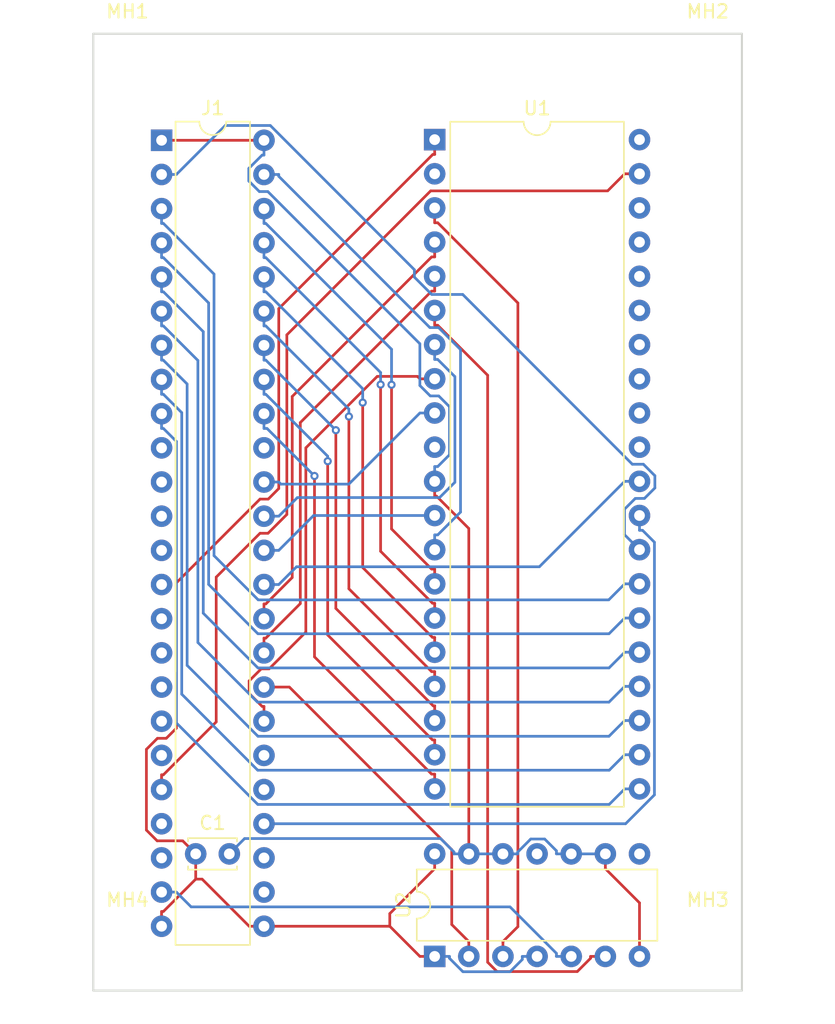
<source format=kicad_pcb>
(kicad_pcb (version 20211014) (generator pcbnew)
  (layers (0 "F.Cu" signal) (31 "B.Cu" signal) (34 "B.Paste" user) (35 "F.Paste" user) (36 "B.SilkS" user "B.Silkscreen") (37 "F.SilkS" user "F.Silkscreen") (38 "B.Mask" user) (39 "F.Mask" user) (44 "Edge.Cuts" user))
  (net 0 "")
  (net 1 "GND")
  (net 2 "VCC")
  (net 3 "/P53")
  (net 4 "Net-(J1-Pad30)")
  (net 5 "Net-(J1-Pad21)")
  (net 6 "Net-(J1-Pad17)")
  (net 7 "Net-(J1-Pad22)")
  (net 8 "Net-(J1-Pad27)")
  (net 9 "Net-(J1-Pad18)")
  (net 10 "/P47")
  (net 11 "/P55")
  (net 12 "Net-(J1-Pad29)")
  (net 13 "/P46")
  (net 14 "Net-(J1-Pad26)")
  (net 15 "Net-(J1-Pad19)")
  (net 16 "Net-(J1-Pad16)")
  (net 17 "/P20")
  (net 18 "Net-(J1-Pad15)")
  (net 19 "/P21")
  (net 20 "Net-(J1-Pad14)")
  (net 21 "/P22")
  (net 22 "Net-(J1-Pad13)")
  (net 23 "/P23")
  (net 24 "Net-(J1-Pad12)")
  (net 25 "/P24")
  (net 26 "Net-(J1-Pad11)")
  (net 27 "/P25")
  (net 28 "Net-(J1-Pad10)")
  (net 29 "/P26")
  (net 30 "/P17")
  (net 31 "/P27")
  (net 32 "/P16")
  (net 33 "Net-(J1-Pad39)")
  (net 34 "/P15")
  (net 35 "/P40")
  (net 36 "/P14")
  (net 37 "/P41")
  (net 38 "/P13")
  (net 39 "/P42")
  (net 40 "/P12")
  (net 41 "/P43")
  (net 42 "/P11")
  (net 43 "/P44")
  (net 44 "/P10")
  (net 45 "/P45")
  (net 46 "Net-(U1-Pad6)")
  (net 47 "Net-(U1-Pad3)")
  (net 48 "Net-(U2-Pad11)")
  (net 49 "Net-(U2-Pad8)")
  (net 50 "Net-(U1-Pad40)")
  (net 51 "Net-(U1-Pad38)")
  (net 52 "Net-(U1-Pad37)")
  (net 53 "Net-(U1-Pad36)")
  (net 54 "Net-(U1-Pad35)")
  (net 55 "Net-(U1-Pad34)")
  (net 56 "Net-(U1-Pad33)")
  (net 57 "Net-(U1-Pad32)")
  (net 58 "Net-(U1-Pad31)")
  (net 59 "Net-(U1-Pad10)")
  (net 60 "Net-(U1-Pad2)")
  (net 61 "/P50")
  (footprint "MountingHole:MountingHole_3.2mm_M3" (layer "F.Cu") (at 101 70)
    (fp_text reference "MH1" (at 0 -4.2) (layer "F.SilkS"))
    (fp_text value "MountingHole_3.2mm_M3")
    (pad "" np_thru_hole circle locked (at 0 0) (size 3.2 3.2) (drill 3.2) (layers *.Cu *.Mask))
  )
  (footprint "MountingHole:MountingHole_3.2mm_M3" (layer "F.Cu") (at 144.18 70)
    (fp_text reference "MH2" (at 0 -4.2) (layer "F.SilkS"))
    (fp_text value "MountingHole_3.2mm_M3")
    (pad "" np_thru_hole circle locked (at 0 0) (size 3.2 3.2) (drill 3.2) (layers *.Cu *.Mask))
  )
  (footprint "MountingHole:MountingHole_3.2mm_M3" (layer "F.Cu") (at 144.18 136.04)
    (fp_text reference "MH3" (at 0 -4.2) (layer "F.SilkS"))
    (fp_text value "MountingHole_3.2mm_M3")
    (pad "" np_thru_hole circle locked (at 0 0) (size 3.2 3.2) (drill 3.2) (layers *.Cu *.Mask))
  )
  (footprint "MountingHole:MountingHole_3.2mm_M3" (layer "F.Cu") (at 101 136.04)
    (fp_text reference "MH4" (at 0 -4.2) (layer "F.SilkS"))
    (fp_text value "MountingHole_3.2mm_M3")
    (pad "" np_thru_hole circle locked (at 0 0) (size 3.2 3.2) (drill 3.2) (layers *.Cu *.Mask))
  )
  (footprint "Package_DIP:DIP-14_W7.62mm" (layer "F.Cu") (at 123.86 136.04 90)
    (fp_text reference "U2" (at 3.81 -2.33 90) (layer "F.SilkS"))
    (fp_text value "74HCT126")
    (fp_line (start 1.16 16.57) (end 6.46 16.57) (layer "F.SilkS") (width 0.12))
    (fp_line (start 6.46 16.57) (end 6.46 -1.33) (layer "F.SilkS") (width 0.12))
    (fp_line (start 2.81 -1.33) (end 1.16 -1.33) (layer "F.SilkS") (width 0.12))
    (fp_line (start 6.46 -1.33) (end 4.81 -1.33) (layer "F.SilkS") (width 0.12))
    (fp_line (start 1.16 -1.33) (end 1.16 16.57) (layer "F.SilkS") (width 0.12))
    (fp_arc (start 4.81 -1.33) (mid 3.81 -0.33) (end 2.81 -1.33) (layer "F.SilkS") (width 0.12))
    (pad "1" thru_hole rect locked (at 0 0 90) (size 1.6 1.6) (drill 0.8) (layers *.Cu *.Mask) (net 2 "VCC"))
    (pad "2" thru_hole oval locked (at 0 2.54 90) (size 1.6 1.6) (drill 0.8) (layers *.Cu *.Mask) (net 13 "/P46"))
    (pad "3" thru_hole oval locked (at 0 5.08 90) (size 1.6 1.6) (drill 0.8) (layers *.Cu *.Mask) (net 47 "Net-(U1-Pad3)"))
    (pad "4" thru_hole oval locked (at 0 7.62 90) (size 1.6 1.6) (drill 0.8) (layers *.Cu *.Mask) (net 2 "VCC"))
    (pad "5" thru_hole oval locked (at 0 10.16 90) (size 1.6 1.6) (drill 0.8) (layers *.Cu *.Mask) (net 3 "/P53"))
    (pad "6" thru_hole oval locked (at 0 12.7 90) (size 1.6 1.6) (drill 0.8) (layers *.Cu *.Mask) (net 46 "Net-(U1-Pad6)"))
    (pad "7" thru_hole oval locked (at 0 15.24 90) (size 1.6 1.6) (drill 0.8) (layers *.Cu *.Mask) (net 1 "GND"))
    (pad "8" thru_hole oval locked (at 7.62 15.24 90) (size 1.6 1.6) (drill 0.8) (layers *.Cu *.Mask) (net 49 "Net-(U2-Pad8)"))
    (pad "9" thru_hole oval locked (at 7.62 12.7 90) (size 1.6 1.6) (drill 0.8) (layers *.Cu *.Mask) (net 1 "GND"))
    (pad "10" thru_hole oval locked (at 7.62 10.16 90) (size 1.6 1.6) (drill 0.8) (layers *.Cu *.Mask) (net 1 "GND"))
    (pad "11" thru_hole oval locked (at 7.62 7.62 90) (size 1.6 1.6) (drill 0.8) (layers *.Cu *.Mask) (net 48 "Net-(U2-Pad11)"))
    (pad "12" thru_hole oval locked (at 7.62 5.08 90) (size 1.6 1.6) (drill 0.8) (layers *.Cu *.Mask) (net 1 "GND"))
    (pad "13" thru_hole oval locked (at 7.62 2.54 90) (size 1.6 1.6) (drill 0.8) (layers *.Cu *.Mask) (net 1 "GND"))
    (pad "14" thru_hole oval locked (at 7.62 0 90) (size 1.6 1.6) (drill 0.8) (layers *.Cu *.Mask) (net 2 "VCC"))
  )
  (footprint "0-LocalLibrary:DIP-48_W7.62mm" (layer "F.Cu") (at 103.54 75.38)
    (fp_text reference "J1" (at 3.81 -2.39) (layer "F.SilkS"))
    (fp_text value "BionicConnector")
    (fp_line (start 6.58 39.49) (end 6.58 -1.39) (layer "F.SilkS") (width 0.12))
    (fp_line (start 1.04 18.93) (end 1.04 59.81) (layer "F.SilkS") (width 0.12))
    (fp_line (start 1.04 -1.39) (end 1.04 39.49) (layer "F.SilkS") (width 0.12))
    (fp_line (start 1.04 59.81) (end 6.58 59.81) (layer "F.SilkS") (width 0.12))
    (fp_line (start 6.58 -1.39) (end 4.81 -1.39) (layer "F.SilkS") (width 0.12))
    (fp_line (start 6.58 59.81) (end 6.58 18.93) (layer "F.SilkS") (width 0.12))
    (fp_line (start 2.81 -1.39) (end 1.04 -1.39) (layer "F.SilkS") (width 0.12))
    (fp_arc (start 4.81 -1.39) (mid 3.81 -0.39) (end 2.81 -1.39) (layer "F.SilkS") (width 0.12))
    (pad "1" thru_hole rect locked (at 0 0) (size 1.6 1.6) (drill 0.8) (layers *.Cu *.Mask) (net 1 "GND"))
    (pad "2" thru_hole oval locked (at 0 2.54) (size 1.6 1.6) (drill 0.8) (layers *.Cu *.Mask) (net 44 "/P10"))
    (pad "3" thru_hole oval locked (at 0 5.08) (size 1.6 1.6) (drill 0.8) (layers *.Cu *.Mask) (net 42 "/P11"))
    (pad "4" thru_hole oval locked (at 0 7.62) (size 1.6 1.6) (drill 0.8) (layers *.Cu *.Mask) (net 40 "/P12"))
    (pad "5" thru_hole oval locked (at 0 10.16) (size 1.6 1.6) (drill 0.8) (layers *.Cu *.Mask) (net 38 "/P13"))
    (pad "6" thru_hole oval locked (at 0 12.7) (size 1.6 1.6) (drill 0.8) (layers *.Cu *.Mask) (net 36 "/P14"))
    (pad "7" thru_hole oval locked (at 0 15.24) (size 1.6 1.6) (drill 0.8) (layers *.Cu *.Mask) (net 34 "/P15"))
    (pad "8" thru_hole oval locked (at 0 17.78) (size 1.6 1.6) (drill 0.8) (layers *.Cu *.Mask) (net 32 "/P16"))
    (pad "9" thru_hole oval locked (at 0 20.32) (size 1.6 1.6) (drill 0.8) (layers *.Cu *.Mask) (net 30 "/P17"))
    (pad "10" thru_hole oval locked (at 0 22.86) (size 1.6 1.6) (drill 0.8) (layers *.Cu *.Mask) (net 28 "Net-(J1-Pad10)"))
    (pad "11" thru_hole oval locked (at 0 25.4) (size 1.6 1.6) (drill 0.8) (layers *.Cu *.Mask) (net 26 "Net-(J1-Pad11)"))
    (pad "12" thru_hole oval locked (at 0 27.94) (size 1.6 1.6) (drill 0.8) (layers *.Cu *.Mask) (net 24 "Net-(J1-Pad12)"))
    (pad "13" thru_hole oval locked (at 0 30.48) (size 1.6 1.6) (drill 0.8) (layers *.Cu *.Mask) (net 22 "Net-(J1-Pad13)"))
    (pad "14" thru_hole oval locked (at 0 33.02) (size 1.6 1.6) (drill 0.8) (layers *.Cu *.Mask) (net 20 "Net-(J1-Pad14)"))
    (pad "15" thru_hole oval locked (at 0 35.56) (size 1.6 1.6) (drill 0.8) (layers *.Cu *.Mask) (net 18 "Net-(J1-Pad15)"))
    (pad "16" thru_hole oval locked (at 0 38.1) (size 1.6 1.6) (drill 0.8) (layers *.Cu *.Mask) (net 16 "Net-(J1-Pad16)"))
    (pad "17" thru_hole oval locked (at 0 40.64) (size 1.6 1.6) (drill 0.8) (layers *.Cu *.Mask) (net 6 "Net-(J1-Pad17)"))
    (pad "18" thru_hole oval locked (at 0 43.18) (size 1.6 1.6) (drill 0.8) (layers *.Cu *.Mask) (net 9 "Net-(J1-Pad18)"))
    (pad "19" thru_hole oval locked (at 0 45.72) (size 1.6 1.6) (drill 0.8) (layers *.Cu *.Mask) (net 15 "Net-(J1-Pad19)"))
    (pad "20" thru_hole oval locked (at 0 48.26) (size 1.6 1.6) (drill 0.8) (layers *.Cu *.Mask) (net 61 "/P50"))
    (pad "21" thru_hole oval locked (at 0 50.8) (size 1.6 1.6) (drill 0.8) (layers *.Cu *.Mask) (net 5 "Net-(J1-Pad21)"))
    (pad "22" thru_hole oval locked (at 0 53.34) (size 1.6 1.6) (drill 0.8) (layers *.Cu *.Mask) (net 7 "Net-(J1-Pad22)"))
    (pad "23" thru_hole oval locked (at 0 55.88) (size 1.6 1.6) (drill 0.8) (layers *.Cu *.Mask) (net 3 "/P53"))
    (pad "24" thru_hole oval locked (at 0 58.42) (size 1.6 1.6) (drill 0.8) (layers *.Cu *.Mask) (net 2 "VCC"))
    (pad "25" thru_hole oval locked (at 7.62 58.42) (size 1.6 1.6) (drill 0.8) (layers *.Cu *.Mask) (net 2 "VCC"))
    (pad "26" thru_hole oval locked (at 7.62 55.88) (size 1.6 1.6) (drill 0.8) (layers *.Cu *.Mask) (net 14 "Net-(J1-Pad26)"))
    (pad "27" thru_hole oval locked (at 7.62 53.34) (size 1.6 1.6) (drill 0.8) (layers *.Cu *.Mask) (net 8 "Net-(J1-Pad27)"))
    (pad "28" thru_hole oval locked (at 7.62 50.8) (size 1.6 1.6) (drill 0.8) (layers *.Cu *.Mask) (net 11 "/P55"))
    (pad "29" thru_hole oval locked (at 7.62 48.26) (size 1.6 1.6) (drill 0.8) (layers *.Cu *.Mask) (net 12 "Net-(J1-Pad29)"))
    (pad "30" thru_hole oval locked (at 7.62 45.72) (size 1.6 1.6) (drill 0.8) (layers *.Cu *.Mask) (net 4 "Net-(J1-Pad30)"))
    (pad "31" thru_hole oval locked (at 7.62 43.18) (size 1.6 1.6) (drill 0.8) (layers *.Cu *.Mask) (net 10 "/P47"))
    (pad "32" thru_hole oval locked (at 7.62 40.64) (size 1.6 1.6) (drill 0.8) (layers *.Cu *.Mask) (net 13 "/P46"))
    (pad "33" thru_hole oval locked (at 7.62 38.1) (size 1.6 1.6) (drill 0.8) (layers *.Cu *.Mask) (net 45 "/P45"))
    (pad "34" thru_hole oval locked (at 7.62 35.56) (size 1.6 1.6) (drill 0.8) (layers *.Cu *.Mask) (net 43 "/P44"))
    (pad "35" thru_hole oval locked (at 7.62 33.02) (size 1.6 1.6) (drill 0.8) (layers *.Cu *.Mask) (net 41 "/P43"))
    (pad "36" thru_hole oval locked (at 7.62 30.48) (size 1.6 1.6) (drill 0.8) (layers *.Cu *.Mask) (net 39 "/P42"))
    (pad "37" thru_hole oval locked (at 7.62 27.94) (size 1.6 1.6) (drill 0.8) (layers *.Cu *.Mask) (net 37 "/P41"))
    (pad "38" thru_hole oval locked (at 7.62 25.4) (size 1.6 1.6) (drill 0.8) (layers *.Cu *.Mask) (net 35 "/P40"))
    (pad "39" thru_hole oval locked (at 7.62 22.86) (size 1.6 1.6) (drill 0.8) (layers *.Cu *.Mask) (net 33 "Net-(J1-Pad39)"))
    (pad "40" thru_hole oval locked (at 7.62 20.32) (size 1.6 1.6) (drill 0.8) (layers *.Cu *.Mask) (net 31 "/P27"))
    (pad "41" thru_hole oval locked (at 7.62 17.78) (size 1.6 1.6) (drill 0.8) (layers *.Cu *.Mask) (net 29 "/P26"))
    (pad "42" thru_hole oval locked (at 7.62 15.24) (size 1.6 1.6) (drill 0.8) (layers *.Cu *.Mask) (net 27 "/P25"))
    (pad "43" thru_hole oval locked (at 7.62 12.7) (size 1.6 1.6) (drill 0.8) (layers *.Cu *.Mask) (net 25 "/P24"))
    (pad "44" thru_hole oval locked (at 7.62 10.16) (size 1.6 1.6) (drill 0.8) (layers *.Cu *.Mask) (net 23 "/P23"))
    (pad "45" thru_hole oval locked (at 7.62 7.62) (size 1.6 1.6) (drill 0.8) (layers *.Cu *.Mask) (net 21 "/P22"))
    (pad "46" thru_hole oval locked (at 7.62 5.08) (size 1.6 1.6) (drill 0.8) (layers *.Cu *.Mask) (net 19 "/P21"))
    (pad "47" thru_hole oval locked (at 7.62 2.54) (size 1.6 1.6) (drill 0.8) (layers *.Cu *.Mask) (net 17 "/P20"))
    (pad "48" thru_hole oval locked (at 7.62 0) (size 1.6 1.6) (drill 0.8) (layers *.Cu *.Mask) (net 1 "GND"))
  )
  (footprint "Capacitor_THT:C_Disc_D3.4mm_W2.1mm_P2.50mm" (layer "F.Cu") (at 106.08 128.42)
    (fp_text reference "C1" (at 1.25 -2.3) (layer "F.SilkS"))
    (fp_text value "0.1u")
    (fp_line (start 3.07 -1.17) (end 3.07 -0.925) (layer "F.SilkS") (width 0.12))
    (fp_line (start -0.57 -1.17) (end 3.07 -1.17) (layer "F.SilkS") (width 0.12))
    (fp_line (start 3.07 0.925) (end 3.07 1.17) (layer "F.SilkS") (width 0.12))
    (fp_line (start -0.57 -1.17) (end -0.57 -0.925) (layer "F.SilkS") (width 0.12))
    (fp_line (start -0.57 0.925) (end -0.57 1.17) (layer "F.SilkS") (width 0.12))
    (fp_line (start -0.57 1.17) (end 3.07 1.17) (layer "F.SilkS") (width 0.12))
    (pad "1" thru_hole circle locked (at 0 0) (size 1.6 1.6) (drill 0.8) (layers *.Cu *.Mask) (net 2 "VCC"))
    (pad "2" thru_hole circle locked (at 2.5 0) (size 1.6 1.6) (drill 0.8) (layers *.Cu *.Mask) (net 1 "GND"))
  )
  (footprint "Package_DIP:DIP-40_W15.24mm" (layer "F.Cu") (at 123.86 75.33)
    (fp_text reference "U1" (at 7.62 -2.33) (layer "F.SilkS"))
    (fp_text value "Z86C91")
    (fp_line (start 14.08 49.59) (end 14.08 -1.33) (layer "F.SilkS") (width 0.12))
    (fp_line (start 6.62 -1.33) (end 1.16 -1.33) (layer "F.SilkS") (width 0.12))
    (fp_line (start 1.16 -1.33) (end 1.16 49.59) (layer "F.SilkS") (width 0.12))
    (fp_line (start 1.16 49.59) (end 14.08 49.59) (layer "F.SilkS") (width 0.12))
    (fp_line (start 14.08 -1.33) (end 8.62 -1.33) (layer "F.SilkS") (width 0.12))
    (fp_arc (start 8.62 -1.33) (mid 7.62 -0.33) (end 6.62 -1.33) (layer "F.SilkS") (width 0.12))
    (pad "1" thru_hole rect locked (at 0 0) (size 1.6 1.6) (drill 0.8) (layers *.Cu *.Mask) (net 2 "VCC"))
    (pad "2" thru_hole oval locked (at 0 2.54) (size 1.6 1.6) (drill 0.8) (layers *.Cu *.Mask) (net 60 "Net-(U1-Pad2)"))
    (pad "3" thru_hole oval locked (at 0 5.08) (size 1.6 1.6) (drill 0.8) (layers *.Cu *.Mask) (net 47 "Net-(U1-Pad3)"))
    (pad "4" thru_hole oval locked (at 0 7.62) (size 1.6 1.6) (drill 0.8) (layers *.Cu *.Mask) (net 43 "/P44"))
    (pad "5" thru_hole oval locked (at 0 10.16) (size 1.6 1.6) (drill 0.8) (layers *.Cu *.Mask) (net 45 "/P45"))
    (pad "6" thru_hole oval locked (at 0 12.7) (size 1.6 1.6) (drill 0.8) (layers *.Cu *.Mask) (net 46 "Net-(U1-Pad6)"))
    (pad "7" thru_hole oval locked (at 0 15.24) (size 1.6 1.6) (drill 0.8) (layers *.Cu *.Mask) (net 37 "/P41"))
    (pad "8" thru_hole oval locked (at 0 17.78) (size 1.6 1.6) (drill 0.8) (layers *.Cu *.Mask) (net 10 "/P47"))
    (pad "9" thru_hole oval locked (at 0 20.32) (size 1.6 1.6) (drill 0.8) (layers *.Cu *.Mask) (net 35 "/P40"))
    (pad "10" thru_hole oval locked (at 0 22.86) (size 1.6 1.6) (drill 0.8) (layers *.Cu *.Mask) (net 59 "Net-(U1-Pad10)"))
    (pad "11" thru_hole oval locked (at 0 25.4) (size 1.6 1.6) (drill 0.8) (layers *.Cu *.Mask) (net 1 "GND"))
    (pad "12" thru_hole oval locked (at 0 27.94) (size 1.6 1.6) (drill 0.8) (layers *.Cu *.Mask) (net 39 "/P42"))
    (pad "13" thru_hole oval locked (at 0 30.48) (size 1.6 1.6) (drill 0.8) (layers *.Cu *.Mask) (net 17 "/P20"))
    (pad "14" thru_hole oval locked (at 0 33.02) (size 1.6 1.6) (drill 0.8) (layers *.Cu *.Mask) (net 19 "/P21"))
    (pad "15" thru_hole oval locked (at 0 35.56) (size 1.6 1.6) (drill 0.8) (layers *.Cu *.Mask) (net 21 "/P22"))
    (pad "16" thru_hole oval locked (at 0 38.1) (size 1.6 1.6) (drill 0.8) (layers *.Cu *.Mask) (net 23 "/P23"))
    (pad "17" thru_hole oval locked (at 0 40.64) (size 1.6 1.6) (drill 0.8) (layers *.Cu *.Mask) (net 25 "/P24"))
    (pad "18" thru_hole oval locked (at 0 43.18) (size 1.6 1.6) (drill 0.8) (layers *.Cu *.Mask) (net 27 "/P25"))
    (pad "19" thru_hole oval locked (at 0 45.72) (size 1.6 1.6) (drill 0.8) (layers *.Cu *.Mask) (net 29 "/P26"))
    (pad "20" thru_hole oval locked (at 0 48.26) (size 1.6 1.6) (drill 0.8) (layers *.Cu *.Mask) (net 31 "/P27"))
    (pad "21" thru_hole oval locked (at 15.24 48.26) (size 1.6 1.6) (drill 0.8) (layers *.Cu *.Mask) (net 30 "/P17"))
    (pad "22" thru_hole oval locked (at 15.24 45.72) (size 1.6 1.6) (drill 0.8) (layers *.Cu *.Mask) (net 32 "/P16"))
    (pad "23" thru_hole oval locked (at 15.24 43.18) (size 1.6 1.6) (drill 0.8) (layers *.Cu *.Mask) (net 34 "/P15"))
    (pad "24" thru_hole oval locked (at 15.24 40.64) (size 1.6 1.6) (drill 0.8) (layers *.Cu *.Mask) (net 36 "/P14"))
    (pad "25" thru_hole oval locked (at 15.24 38.1) (size 1.6 1.6) (drill 0.8) (layers *.Cu *.Mask) (net 38 "/P13"))
    (pad "26" thru_hole oval locked (at 15.24 35.56) (size 1.6 1.6) (drill 0.8) (layers *.Cu *.Mask) (net 40 "/P12"))
    (pad "27" thru_hole oval locked (at 15.24 33.02) (size 1.6 1.6) (drill 0.8) (layers *.Cu *.Mask) (net 42 "/P11"))
    (pad "28" thru_hole oval locked (at 15.24 30.48) (size 1.6 1.6) (drill 0.8) (layers *.Cu *.Mask) (net 44 "/P10"))
    (pad "29" thru_hole oval locked (at 15.24 27.94) (size 1.6 1.6) (drill 0.8) (layers *.Cu *.Mask) (net 11 "/P55"))
    (pad "30" thru_hole oval locked (at 15.24 25.4) (size 1.6 1.6) (drill 0.8) (layers *.Cu *.Mask) (net 41 "/P43"))
    (pad "31" thru_hole oval locked (at 15.24 22.86) (size 1.6 1.6) (drill 0.8) (layers *.Cu *.Mask) (net 58 "Net-(U1-Pad31)"))
    (pad "32" thru_hole oval locked (at 15.24 20.32) (size 1.6 1.6) (drill 0.8) (layers *.Cu *.Mask) (net 57 "Net-(U1-Pad32)"))
    (pad "33" thru_hole oval locked (at 15.24 17.78) (size 1.6 1.6) (drill 0.8) (layers *.Cu *.Mask) (net 56 "Net-(U1-Pad33)"))
    (pad "34" thru_hole oval locked (at 15.24 15.24) (size 1.6 1.6) (drill 0.8) (layers *.Cu *.Mask) (net 55 "Net-(U1-Pad34)"))
    (pad "35" thru_hole oval locked (at 15.24 12.7) (size 1.6 1.6) (drill 0.8) (layers *.Cu *.Mask) (net 54 "Net-(U1-Pad35)"))
    (pad "36" thru_hole oval locked (at 15.24 10.16) (size 1.6 1.6) (drill 0.8) (layers *.Cu *.Mask) (net 53 "Net-(U1-Pad36)"))
    (pad "37" thru_hole oval locked (at 15.24 7.62) (size 1.6 1.6) (drill 0.8) (layers *.Cu *.Mask) (net 52 "Net-(U1-Pad37)"))
    (pad "38" thru_hole oval locked (at 15.24 5.08) (size 1.6 1.6) (drill 0.8) (layers *.Cu *.Mask) (net 51 "Net-(U1-Pad38)"))
    (pad "39" thru_hole oval locked (at 15.24 2.54) (size 1.6 1.6) (drill 0.8) (layers *.Cu *.Mask) (net 61 "/P50"))
    (pad "40" thru_hole oval locked (at 15.24 0) (size 1.6 1.6) (drill 0.8) (layers *.Cu *.Mask) (net 50 "Net-(U1-Pad40)"))
  )
  (gr_line (start 98.46 138.58) (end 98.46 67.46) (layer "Edge.Cuts") (width 0.15))
  (gr_line (start 146.72 67.46) (end 146.72 138.58) (layer "Edge.Cuts") (width 0.15))
  (gr_line (start 146.72 138.58) (end 98.46 138.58) (layer "Edge.Cuts") (width 0.15))
  (gr_line (start 98.46 67.46) (end 146.72 67.46) (layer "Edge.Cuts") (width 0.15))
  (segment (start 136.56 129.5203) (end 139.1 132.0603) (width 0.2) (layer "F.Cu") (net 1))
  (segment (start 123.86 101.8303) (end 123.9975 101.8303) (width 0.2) (layer "F.Cu") (net 1))
  (segment (start 139.1 132.0603) (end 139.1 136.04) (width 0.2) (layer "F.Cu") (net 1))
  (segment (start 103.54 75.38) (end 111.16 75.38) (width 0.2) (layer "F.Cu") (net 1))
  (segment (start 123.86 100.73) (end 123.86 101.8303) (width 0.2) (layer "F.Cu") (net 1))
  (segment (start 123.9975 101.8303) (end 126.4 104.2328) (width 0.2) (layer "F.Cu") (net 1))
  (segment (start 136.56 128.42) (end 136.56 129.5203) (width 0.2) (layer "F.Cu") (net 1))
  (segment (start 126.4 104.2328) (end 126.4 128.42) (width 0.2) (layer "F.Cu") (net 1))
  (segment (start 124.9651 95.1878) (end 124.9651 98.7526) (width 0.2) (layer "B.Cu") (net 1))
  (segment (start 109.7196 127.2804) (end 108.58 128.42) (width 0.2) (layer "B.Cu") (net 1))
  (segment (start 111.4469 79.19) (end 122.7596 90.5027) (width 0.2) (layer "B.Cu") (net 1))
  (segment (start 110.0284 77.4744) (end 110.0284 78.4043) (width 0.2) (layer "B.Cu") (net 1))
  (segment (start 124.088 99.6297) (end 123.86 99.6297) (width 0.2) (layer "B.Cu") (net 1))
  (segment (start 124.2976 127.2804) (end 109.7196 127.2804) (width 0.2) (layer "B.Cu") (net 1))
  (segment (start 122.7596 93.6071) (end 123.5325 94.38) (width 0.2) (layer "B.Cu") (net 1))
  (segment (start 128.94 128.42) (end 126.4 128.42) (width 0.2) (layer "B.Cu") (net 1))
  (segment (start 132.9197 128.192) (end 132.9197 128.42) (width 0.2) (layer "B.Cu") (net 1))
  (segment (start 125.2997 128.2825) (end 124.2976 127.2804) (width 0.2) (layer "B.Cu") (net 1))
  (segment (start 132.0443 127.3166) (end 132.9197 128.192) (width 0.2) (layer "B.Cu") (net 1))
  (segment (start 124.1573 94.38) (end 124.9651 95.1878) (width 0.2) (layer "B.Cu") (net 1))
  (segment (start 111.16 75.38) (end 111.16 76.4803) (width 0.2) (layer "B.Cu") (net 1))
  (segment (start 111.0225 76.4803) (end 110.0284 77.4744) (width 0.2) (layer "B.Cu") (net 1))
  (segment (start 123.86 100.73) (end 123.86 99.6297) (width 0.2) (layer "B.Cu") (net 1))
  (segment (start 123.5325 94.38) (end 124.1573 94.38) (width 0.2) (layer "B.Cu") (net 1))
  (segment (start 122.7596 90.5027) (end 122.7596 93.6071) (width 0.2) (layer "B.Cu") (net 1))
  (segment (start 125.2997 128.42) (end 125.2997 128.2825) (width 0.2) (layer "B.Cu") (net 1))
  (segment (start 130.0403 128.42) (end 130.0403 128.2825) (width 0.2) (layer "B.Cu") (net 1))
  (segment (start 124.9651 98.7526) (end 124.088 99.6297) (width 0.2) (layer "B.Cu") (net 1))
  (segment (start 126.4 128.42) (end 125.2997 128.42) (width 0.2) (layer "B.Cu") (net 1))
  (segment (start 110.8141 79.19) (end 111.4469 79.19) (width 0.2) (layer "B.Cu") (net 1))
  (segment (start 111.16 76.4803) (end 111.0225 76.4803) (width 0.2) (layer "B.Cu") (net 1))
  (segment (start 128.94 128.42) (end 130.0403 128.42) (width 0.2) (layer "B.Cu") (net 1))
  (segment (start 136.56 128.42) (end 134.02 128.42) (width 0.2) (layer "B.Cu") (net 1))
  (segment (start 134.02 128.42) (end 132.9197 128.42) (width 0.2) (layer "B.Cu") (net 1))
  (segment (start 130.0403 128.2825) (end 131.0062 127.3166) (width 0.2) (layer "B.Cu") (net 1))
  (segment (start 110.0284 78.4043) (end 110.8141 79.19) (width 0.2) (layer "B.Cu") (net 1))
  (segment (start 131.0062 127.3166) (end 132.0443 127.3166) (width 0.2) (layer "B.Cu") (net 1))
  (segment (start 111.16 133.8) (end 110.0597 133.8) (width 0.2) (layer "F.Cu") (net 2))
  (segment (start 104.6403 108.2745) (end 110.8648 102.05) (width 0.2) (layer "F.Cu") (net 2))
  (segment (start 112.2604 87.8924) (end 123.7225 76.4303) (width 0.2) (layer "F.Cu") (net 2))
  (segment (start 105.11 127.45) (end 103.2109 127.45) (width 0.2) (layer "F.Cu") (net 2))
  (segment (start 106.08 128.42) (end 105.11 127.45) (width 0.2) (layer "F.Cu") (net 2))
  (segment (start 102.412 120.6484) (end 103.2304 119.83) (width 0.2) (layer "F.Cu") (net 2))
  (segment (start 110.8648 102.05) (end 111.4755 102.05) (width 0.2) (layer "F.Cu") (net 2))
  (segment (start 120.5197 132.8606) (end 123.86 129.5203) (width 0.2) (layer "F.Cu") (net 2))
  (segment (start 106.08 130.2972) (end 106.08 128.42) (width 0.2) (layer "F.Cu") (net 2))
  (segment (start 110.0597 133.8) (end 106.5569 130.2972) (width 0.2) (layer "F.Cu") (net 2))
  (segment (start 103.54 133.8) (end 103.54 132.6997) (width 0.2) (layer "F.Cu") (net 2))
  (segment (start 120.5197 133.8) (end 111.16 133.8) (width 0.2) (layer "F.Cu") (net 2))
  (segment (start 112.2604 101.2651) (end 112.2604 87.8924) (width 0.2) (layer "F.Cu") (net 2))
  (segment (start 111.4755 102.05) (end 112.2604 101.2651) (width 0.2) (layer "F.Cu") (net 2))
  (segment (start 123.86 75.33) (end 123.86 76.4303) (width 0.2) (layer "F.Cu") (net 2))
  (segment (start 106.5569 130.2972) (end 106.08 130.2972) (width 0.2) (layer "F.Cu") (net 2))
  (segment (start 120.5197 133.8) (end 120.5197 132.8606) (width 0.2) (layer "F.Cu") (net 2))
  (segment (start 120.5197 133.8) (end 122.7597 136.04) (width 0.2) (layer "F.Cu") (net 2))
  (segment (start 104.6403 119.0788) (end 104.6403 108.2745) (width 0.2) (layer "F.Cu") (net 2))
  (segment (start 103.8891 119.83) (end 104.6403 119.0788) (width 0.2) (layer "F.Cu") (net 2))
  (segment (start 103.2109 127.45) (end 102.412 126.6511) (width 0.2) (layer "F.Cu") (net 2))
  (segment (start 123.86 136.04) (end 122.7597 136.04) (width 0.2) (layer "F.Cu") (net 2))
  (segment (start 103.2304 119.83) (end 103.8891 119.83) (width 0.2) (layer "F.Cu") (net 2))
  (segment (start 103.54 132.6997) (end 103.6775 132.6997) (width 0.2) (layer "F.Cu") (net 2))
  (segment (start 102.412 126.6511) (end 102.412 120.6484) (width 0.2) (layer "F.Cu") (net 2))
  (segment (start 123.7225 76.4303) (end 123.86 76.4303) (width 0.2) (layer "F.Cu") (net 2))
  (segment (start 103.6775 132.6997) (end 106.08 130.2972) (width 0.2) (layer "F.Cu") (net 2))
  (segment (start 123.86 128.42) (end 123.86 129.5203) (width 0.2) (layer "F.Cu") (net 2))
  (segment (start 124.9603 136.04) (end 124.9603 136.1775) (width 0.2) (layer "B.Cu") (net 2))
  (segment (start 125.9613 137.1785) (end 129.4692 137.1785) (width 0.2) (layer "B.Cu") (net 2))
  (segment (start 130.3797 136.268) (end 130.3797 136.04) (width 0.2) (layer "B.Cu") (net 2))
  (segment (start 123.86 136.04) (end 124.9603 136.04) (width 0.2) (layer "B.Cu") (net 2))
  (segment (start 124.9603 136.1775) (end 125.9613 137.1785) (width 0.2) (layer "B.Cu") (net 2))
  (segment (start 129.4692 137.1785) (end 130.3797 136.268) (width 0.2) (layer "B.Cu") (net 2))
  (segment (start 131.48 136.04) (end 130.3797 136.04) (width 0.2) (layer "B.Cu") (net 2))
  (segment (start 134.02 136.04) (end 132.9197 136.04) (width 0.2) (layer "B.Cu") (net 3))
  (segment (start 129.468 132.3603) (end 132.9197 135.812) (width 0.2) (layer "B.Cu") (net 3))
  (segment (start 104.6403 131.26) (end 105.7406 132.3603) (width 0.2) (layer "B.Cu") (net 3))
  (segment (start 105.7406 132.3603) (end 129.468 132.3603) (width 0.2) (layer "B.Cu") (net 3))
  (segment (start 103.54 131.26) (end 104.6403 131.26) (width 0.2) (layer "B.Cu") (net 3))
  (segment (start 132.9197 135.812) (end 132.9197 136.04) (width 0.2) (layer "B.Cu") (net 3))
  (segment (start 122.7597 93.11) (end 122.5785 92.9288) (width 0.2) (layer "F.Cu") (net 10))
  (segment (start 111.16 118.56) (end 111.16 117.4597) (width 0.2) (layer "F.Cu") (net 10))
  (segment (start 122.5785 92.9288) (end 119.5854 92.9288) (width 0.2) (layer "F.Cu") (net 10))
  (segment (start 111.5394 114.6669) (end 110.953 114.6669) (width 0.2) (layer "F.Cu") (net 10))
  (segment (start 123.86 93.11) (end 122.7597 93.11) (width 0.2) (layer "F.Cu") (net 10))
  (segment (start 114.2734 111.9329) (end 111.5394 114.6669) (width 0.2) (layer "F.Cu") (net 10))
  (segment (start 110.0547 115.5652) (end 110.0547 116.4919) (width 0.2) (layer "F.Cu") (net 10))
  (segment (start 110.0547 116.4919) (end 111.0225 117.4597) (width 0.2) (layer "F.Cu") (net 10))
  (segment (start 111.0225 117.4597) (end 111.16 117.4597) (width 0.2) (layer "F.Cu") (net 10))
  (segment (start 119.5854 92.9288) (end 114.2734 98.2408) (width 0.2) (layer "F.Cu") (net 10))
  (segment (start 110.953 114.6669) (end 110.0547 115.5652) (width 0.2) (layer "F.Cu") (net 10))
  (segment (start 114.2734 98.2408) (end 114.2734 111.9329) (width 0.2) (layer "F.Cu") (net 10))
  (segment (start 140.2108 105.2531) (end 139.328 104.3703) (width 0.2) (layer "B.Cu") (net 11))
  (segment (start 140.2108 124.0355) (end 140.2108 105.2531) (width 0.2) (layer "B.Cu") (net 11))
  (segment (start 139.328 104.3703) (end 139.1 104.3703) (width 0.2) (layer "B.Cu") (net 11))
  (segment (start 111.16 126.18) (end 138.0663 126.18) (width 0.2) (layer "B.Cu") (net 11))
  (segment (start 139.1 103.27) (end 139.1 104.3703) (width 0.2) (layer "B.Cu") (net 11))
  (segment (start 138.0663 126.18) (end 140.2108 124.0355) (width 0.2) (layer "B.Cu") (net 11))
  (segment (start 125.13 133.6697) (end 126.4 134.9397) (width 0.2) (layer "F.Cu") (net 13))
  (segment (start 111.16 116.02) (end 113.0472 116.02) (width 0.2) (layer "F.Cu") (net 13))
  (segment (start 126.4 136.04) (end 126.4 134.9397) (width 0.2) (layer "F.Cu") (net 13))
  (segment (start 125.13 128.1028) (end 125.13 133.6697) (width 0.2) (layer "F.Cu") (net 13))
  (segment (start 113.0472 116.02) (end 125.13 128.1028) (width 0.2) (layer "F.Cu") (net 13))
  (segment (start 123.86 105.81) (end 123.86 104.7097) (width 0.2) (layer "B.Cu") (net 17))
  (segment (start 124.1467 89.3) (end 125.7831 90.9364) (width 0.2) (layer "B.Cu") (net 17))
  (segment (start 124.088 104.7097) (end 123.86 104.7097) (width 0.2) (layer "B.Cu") (net 17))
  (segment (start 125.7831 90.9364) (end 125.7831 103.0146) (width 0.2) (layer "B.Cu") (net 17))
  (segment (start 111.16 77.92) (end 112.2603 77.92) (width 0.2) (layer "B.Cu") (net 17))
  (segment (start 112.2603 77.92) (end 112.2603 78.0575) (width 0.2) (layer "B.Cu") (net 17))
  (segment (start 125.7831 103.0146) (end 124.088 104.7097) (width 0.2) (layer "B.Cu") (net 17))
  (segment (start 123.5028 89.3) (end 124.1467 89.3) (width 0.2) (layer "B.Cu") (net 17))
  (segment (start 112.2603 78.0575) (end 123.5028 89.3) (width 0.2) (layer "B.Cu") (net 17))
  (segment (start 120.651 104.2687) (end 120.651 93.5507) (width 0.2) (layer "F.Cu") (net 19))
  (segment (start 123.86 107.2497) (end 123.632 107.2497) (width 0.2) (layer "F.Cu") (net 19))
  (segment (start 123.632 107.2497) (end 120.651 104.2687) (width 0.2) (layer "F.Cu") (net 19))
  (segment (start 123.86 108.35) (end 123.86 107.2497) (width 0.2) (layer "F.Cu") (net 19))
  (via (at 120.651 93.5507) (size 0.6) (drill 0.3) (layers "F.Cu" "B.Cu") (net 19))
  (segment (start 111.2975 81.5603) (end 120.651 90.9138) (width 0.2) (layer "B.Cu") (net 19))
  (segment (start 120.651 90.9138) (end 120.651 93.5507) (width 0.2) (layer "B.Cu") (net 19))
  (segment (start 111.16 81.5603) (end 111.2975 81.5603) (width 0.2) (layer "B.Cu") (net 19))
  (segment (start 111.16 80.46) (end 111.16 81.5603) (width 0.2) (layer "B.Cu") (net 19))
  (segment (start 123.86 109.7897) (end 123.7003 109.7897) (width 0.2) (layer "F.Cu") (net 21))
  (segment (start 123.7003 109.7897) (end 119.8372 105.9266) (width 0.2) (layer "F.Cu") (net 21))
  (segment (start 119.8372 105.9266) (end 119.8372 93.5362) (width 0.2) (layer "F.Cu") (net 21))
  (segment (start 123.86 110.89) (end 123.86 109.7897) (width 0.2) (layer "F.Cu") (net 21))
  (via (at 119.8372 93.5362) (size 0.6) (drill 0.3) (layers "F.Cu" "B.Cu") (net 21))
  (segment (start 111.16 84.1003) (end 111.2975 84.1003) (width 0.2) (layer "B.Cu") (net 21))
  (segment (start 111.2975 84.1003) (end 119.8372 92.64) (width 0.2) (layer "B.Cu") (net 21))
  (segment (start 111.16 83) (end 111.16 84.1003) (width 0.2) (layer "B.Cu") (net 21))
  (segment (start 119.8372 92.64) (end 119.8372 93.5362) (width 0.2) (layer "B.Cu") (net 21))
  (segment (start 123.86 112.3297) (end 123.7004 112.3297) (width 0.2) (layer "F.Cu") (net 23))
  (segment (start 123.86 113.43) (end 123.86 112.3297) (width 0.2) (layer "F.Cu") (net 23))
  (segment (start 123.7004 112.3297) (end 118.5052 107.1345) (width 0.2) (layer "F.Cu") (net 23))
  (segment (start 118.5052 107.1345) (end 118.5052 94.8766) (width 0.2) (layer "F.Cu") (net 23))
  (via (at 118.5052 94.8766) (size 0.6) (drill 0.3) (layers "F.Cu" "B.Cu") (net 23))
  (segment (start 118.5052 93.848) (end 118.5052 94.8766) (width 0.2) (layer "B.Cu") (net 23))
  (segment (start 111.2975 86.6403) (end 118.5052 93.848) (width 0.2) (layer "B.Cu") (net 23))
  (segment (start 111.16 86.6403) (end 111.2975 86.6403) (width 0.2) (layer "B.Cu") (net 23))
  (segment (start 111.16 85.54) (end 111.16 86.6403) (width 0.2) (layer "B.Cu") (net 23))
  (segment (start 123.86 114.8697) (end 123.632 114.8697) (width 0.2) (layer "F.Cu") (net 25))
  (segment (start 117.4775 108.7152) (end 117.4775 95.9133) (width 0.2) (layer "F.Cu") (net 25))
  (segment (start 123.86 115.97) (end 123.86 114.8697) (width 0.2) (layer "F.Cu") (net 25))
  (segment (start 123.632 114.8697) (end 117.4775 108.7152) (width 0.2) (layer "F.Cu") (net 25))
  (via (at 117.4775 95.9133) (size 0.6) (drill 0.3) (layers "F.Cu" "B.Cu") (net 25))
  (segment (start 111.16 88.08) (end 111.16 89.1803) (width 0.2) (layer "B.Cu") (net 25))
  (segment (start 117.4775 95.3603) (end 117.4775 95.9133) (width 0.2) (layer "B.Cu") (net 25))
  (segment (start 111.2975 89.1803) (end 117.4775 95.3603) (width 0.2) (layer "B.Cu") (net 25))
  (segment (start 111.16 89.1803) (end 111.2975 89.1803) (width 0.2) (layer "B.Cu") (net 25))
  (segment (start 123.86 118.51) (end 123.86 117.4097) (width 0.2) (layer "F.Cu") (net 27))
  (segment (start 123.86 117.4097) (end 123.7426 117.4097) (width 0.2) (layer "F.Cu") (net 27))
  (segment (start 116.507 110.1741) (end 116.507 96.9297) (width 0.2) (layer "F.Cu") (net 27))
  (segment (start 123.7426 117.4097) (end 116.507 110.1741) (width 0.2) (layer "F.Cu") (net 27))
  (via (at 116.507 96.9297) (size 0.6) (drill 0.3) (layers "F.Cu" "B.Cu") (net 27))
  (segment (start 111.16 91.7203) (end 111.2976 91.7203) (width 0.2) (layer "B.Cu") (net 27))
  (segment (start 111.2976 91.7203) (end 116.507 96.9297) (width 0.2) (layer "B.Cu") (net 27))
  (segment (start 111.16 90.62) (end 111.16 91.7203) (width 0.2) (layer "B.Cu") (net 27))
  (segment (start 123.86 119.9497) (end 123.7003 119.9497) (width 0.2) (layer "F.Cu") (net 29))
  (segment (start 123.7003 119.9497) (end 115.8996 112.149) (width 0.2) (layer "F.Cu") (net 29))
  (segment (start 123.86 121.05) (end 123.86 119.9497) (width 0.2) (layer "F.Cu") (net 29))
  (segment (start 115.8996 112.149) (end 115.8996 99.2334) (width 0.2) (layer "F.Cu") (net 29))
  (via (at 115.8996 99.2334) (size 0.6) (drill 0.3) (layers "F.Cu" "B.Cu") (net 29))
  (segment (start 111.16 93.16) (end 111.16 94.2603) (width 0.2) (layer "B.Cu") (net 29))
  (segment (start 111.2975 94.2603) (end 115.8995 98.8623) (width 0.2) (layer "B.Cu") (net 29))
  (segment (start 115.8995 99.2334) (end 115.8996 99.2334) (width 0.2) (layer "B.Cu") (net 29))
  (segment (start 115.8995 98.8623) (end 115.8995 99.2334) (width 0.2) (layer "B.Cu") (net 29))
  (segment (start 111.16 94.2603) (end 111.2975 94.2603) (width 0.2) (layer "B.Cu") (net 29))
  (segment (start 139.1 123.59) (end 137.9997 123.59) (width 0.2) (layer "B.Cu") (net 30))
  (segment (start 103.54 95.7) (end 103.54 96.8003) (width 0.2) (layer "B.Cu") (net 30))
  (segment (start 104.6403 118.6855) (end 110.7002 124.7454) (width 0.2) (layer "B.Cu") (net 30))
  (segment (start 103.54 96.8003) (end 103.6777 96.8003) (width 0.2) (layer "B.Cu") (net 30))
  (segment (start 110.7002 124.7454) (end 136.8443 124.7454) (width 0.2) (layer "B.Cu") (net 30))
  (segment (start 136.8443 124.7454) (end 137.9997 123.59) (width 0.2) (layer "B.Cu") (net 30))
  (segment (start 103.6777 96.8003) (end 104.6403 97.7629) (width 0.2) (layer "B.Cu") (net 30))
  (segment (start 104.6403 97.7629) (end 104.6403 118.6855) (width 0.2) (layer "B.Cu") (net 30))
  (segment (start 123.632 122.4897) (end 114.9185 113.7762) (width 0.2) (layer "F.Cu") (net 31))
  (segment (start 114.9185 113.7762) (end 114.9185 100.3313) (width 0.2) (layer "F.Cu") (net 31))
  (segment (start 123.86 122.4897) (end 123.632 122.4897) (width 0.2) (layer "F.Cu") (net 31))
  (segment (start 123.86 123.59) (end 123.86 122.4897) (width 0.2) (layer "F.Cu") (net 31))
  (via (at 114.9185 100.3313) (size 0.6) (drill 0.3) (layers "F.Cu" "B.Cu") (net 31))
  (segment (start 111.3875 96.8003) (end 114.9185 100.3313) (width 0.2) (layer "B.Cu") (net 31))
  (segment (start 111.16 96.8003) (end 111.3875 96.8003) (width 0.2) (layer "B.Cu") (net 31))
  (segment (start 111.16 95.7) (end 111.16 96.8003) (width 0.2) (layer "B.Cu") (net 31))
  (segment (start 139.1 121.05) (end 137.9997 121.05) (width 0.2) (layer "B.Cu") (net 32))
  (segment (start 105.0406 95.6232) (end 103.6777 94.2603) (width 0.2) (layer "B.Cu") (net 32))
  (segment (start 110.6924 122.201) (end 105.0406 116.5492) (width 0.2) (layer "B.Cu") (net 32))
  (segment (start 103.6777 94.2603) (end 103.54 94.2603) (width 0.2) (layer "B.Cu") (net 32))
  (segment (start 103.54 93.16) (end 103.54 94.2603) (width 0.2) (layer "B.Cu") (net 32))
  (segment (start 136.8487 122.201) (end 110.6924 122.201) (width 0.2) (layer "B.Cu") (net 32))
  (segment (start 105.0406 116.5492) (end 105.0406 95.6232) (width 0.2) (layer "B.Cu") (net 32))
  (segment (start 137.9997 121.05) (end 136.8487 122.201) (width 0.2) (layer "B.Cu") (net 32))
  (segment (start 137.9997 118.51) (end 136.83 119.6797) (width 0.2) (layer "B.Cu") (net 34))
  (segment (start 103.668 91.7203) (end 103.54 91.7203) (width 0.2) (layer "B.Cu") (net 34))
  (segment (start 105.4409 93.4932) (end 103.668 91.7203) (width 0.2) (layer "B.Cu") (net 34))
  (segment (start 110.7111 119.6797) (end 105.4409 114.4095) (width 0.2) (layer "B.Cu") (net 34))
  (segment (start 103.54 90.62) (end 103.54 91.7203) (width 0.2) (layer "B.Cu") (net 34))
  (segment (start 105.4409 114.4095) (end 105.4409 93.4932) (width 0.2) (layer "B.Cu") (net 34))
  (segment (start 139.1 118.51) (end 137.9997 118.51) (width 0.2) (layer "B.Cu") (net 34))
  (segment (start 136.83 119.6797) (end 110.7111 119.6797) (width 0.2) (layer "B.Cu") (net 34))
  (segment (start 112.4157 100.9354) (end 117.4743 100.9354) (width 0.2) (layer "B.Cu") (net 35))
  (segment (start 123.86 95.65) (end 122.7597 95.65) (width 0.2) (layer "B.Cu") (net 35))
  (segment (start 112.2603 100.78) (end 112.4157 100.9354) (width 0.2) (layer "B.Cu") (net 35))
  (segment (start 117.4743 100.9354) (end 122.7597 95.65) (width 0.2) (layer "B.Cu") (net 35))
  (segment (start 111.16 100.78) (end 112.2603 100.78) (width 0.2) (layer "B.Cu") (net 35))
  (segment (start 137.9997 115.97) (end 136.83 117.1397) (width 0.2) (layer "B.Cu") (net 36))
  (segment (start 106.2415 91.7443) (end 103.6775 89.1803) (width 0.2) (layer "B.Cu") (net 36))
  (segment (start 139.1 115.97) (end 137.9997 115.97) (width 0.2) (layer "B.Cu") (net 36))
  (segment (start 103.6775 89.1803) (end 103.54 89.1803) (width 0.2) (layer "B.Cu") (net 36))
  (segment (start 110.6751 117.1397) (end 106.2415 112.7061) (width 0.2) (layer "B.Cu") (net 36))
  (segment (start 106.2415 112.7061) (end 106.2415 91.7443) (width 0.2) (layer "B.Cu") (net 36))
  (segment (start 136.83 117.1397) (end 110.6751 117.1397) (width 0.2) (layer "B.Cu") (net 36))
  (segment (start 103.54 88.08) (end 103.54 89.1803) (width 0.2) (layer "B.Cu") (net 36))
  (segment (start 125.3655 92.9478) (end 125.3655 100.7959) (width 0.2) (layer "B.Cu") (net 37))
  (segment (start 124.2258 101.9356) (end 113.6447 101.9356) (width 0.2) (layer "B.Cu") (net 37))
  (segment (start 111.16 103.32) (end 112.2603 103.32) (width 0.2) (layer "B.Cu") (net 37))
  (segment (start 124.088 91.6703) (end 125.3655 92.9478) (width 0.2) (layer "B.Cu") (net 37))
  (segment (start 113.6447 101.9356) (end 112.2603 103.32) (width 0.2) (layer "B.Cu") (net 37))
  (segment (start 123.86 91.6703) (end 124.088 91.6703) (width 0.2) (layer "B.Cu") (net 37))
  (segment (start 125.3655 100.7959) (end 124.2258 101.9356) (width 0.2) (layer "B.Cu") (net 37))
  (segment (start 123.86 90.57) (end 123.86 91.6703) (width 0.2) (layer "B.Cu") (net 37))
  (segment (start 103.6777 86.6403) (end 103.54 86.6403) (width 0.2) (layer "B.Cu") (net 38))
  (segment (start 103.54 85.54) (end 103.54 86.6403) (width 0.2) (layer "B.Cu") (net 38))
  (segment (start 106.6418 110.5303) (end 106.6418 89.6044) (width 0.2) (layer "B.Cu") (net 38))
  (segment (start 106.6418 89.6044) (end 103.6777 86.6403) (width 0.2) (layer "B.Cu") (net 38))
  (segment (start 110.7112 114.5997) (end 106.6418 110.5303) (width 0.2) (layer "B.Cu") (net 38))
  (segment (start 139.1 113.43) (end 137.9997 113.43) (width 0.2) (layer "B.Cu") (net 38))
  (segment (start 137.9997 113.43) (end 136.83 114.5997) (width 0.2) (layer "B.Cu") (net 38))
  (segment (start 136.83 114.5997) (end 110.7112 114.5997) (width 0.2) (layer "B.Cu") (net 38))
  (segment (start 111.16 105.86) (end 112.2603 105.86) (width 0.2) (layer "B.Cu") (net 39))
  (segment (start 114.8503 103.27) (end 123.86 103.27) (width 0.2) (layer "B.Cu") (net 39))
  (segment (start 112.2603 105.86) (end 114.8503 103.27) (width 0.2) (layer "B.Cu") (net 39))
  (segment (start 107.0421 108.3907) (end 107.0421 87.4703) (width 0.2) (layer "B.Cu") (net 40))
  (segment (start 139.1 110.89) (end 137.9997 110.89) (width 0.2) (layer "B.Cu") (net 40))
  (segment (start 103.54 83) (end 103.54 84.1003) (width 0.2) (layer "B.Cu") (net 40))
  (segment (start 103.6721 84.1003) (end 103.54 84.1003) (width 0.2) (layer "B.Cu") (net 40))
  (segment (start 110.7111 112.0597) (end 107.0421 108.3907) (width 0.2) (layer "B.Cu") (net 40))
  (segment (start 107.0421 87.4703) (end 103.6721 84.1003) (width 0.2) (layer "B.Cu") (net 40))
  (segment (start 137.9997 110.89) (end 136.83 112.0597) (width 0.2) (layer "B.Cu") (net 40))
  (segment (start 136.83 112.0597) (end 110.7111 112.0597) (width 0.2) (layer "B.Cu") (net 40))
  (segment (start 139.1 100.73) (end 137.9997 100.73) (width 0.2) (layer "B.Cu") (net 41))
  (segment (start 131.6497 107.08) (end 113.5803 107.08) (width 0.2) (layer "B.Cu") (net 41))
  (segment (start 111.16 108.4) (end 112.2603 108.4) (width 0.2) (layer "B.Cu") (net 41))
  (segment (start 137.9997 100.73) (end 131.6497 107.08) (width 0.2) (layer "B.Cu") (net 41))
  (segment (start 113.5803 107.08) (end 112.2603 108.4) (width 0.2) (layer "B.Cu") (net 41))
  (segment (start 136.8091 109.5406) (end 137.9997 108.35) (width 0.2) (layer "B.Cu") (net 42))
  (segment (start 103.54 80.46) (end 103.54 81.5603) (width 0.2) (layer "B.Cu") (net 42))
  (segment (start 103.6777 81.5603) (end 107.4424 85.325) (width 0.2) (layer "B.Cu") (net 42))
  (segment (start 107.4424 106.2511) (end 110.7319 109.5406) (width 0.2) (layer "B.Cu") (net 42))
  (segment (start 110.7319 109.5406) (end 136.8091 109.5406) (width 0.2) (layer "B.Cu") (net 42))
  (segment (start 107.4424 85.325) (end 107.4424 106.2511) (width 0.2) (layer "B.Cu") (net 42))
  (segment (start 103.54 81.5603) (end 103.6777 81.5603) (width 0.2) (layer "B.Cu") (net 42))
  (segment (start 139.1 108.35) (end 137.9997 108.35) (width 0.2) (layer "B.Cu") (net 42))
  (segment (start 113.2612 107.876) (end 113.2612 94.4211) (width 0.2) (layer "F.Cu") (net 43))
  (segment (start 111.2975 109.8397) (end 113.2612 107.876) (width 0.2) (layer "F.Cu") (net 43))
  (segment (start 113.2612 94.4211) (end 123.632 84.0503) (width 0.2) (layer "F.Cu") (net 43))
  (segment (start 111.16 110.94) (end 111.16 109.8397) (width 0.2) (layer "F.Cu") (net 43))
  (segment (start 123.632 84.0503) (end 123.86 84.0503) (width 0.2) (layer "F.Cu") (net 43))
  (segment (start 111.16 109.8397) (end 111.2975 109.8397) (width 0.2) (layer "F.Cu") (net 43))
  (segment (start 123.86 82.95) (end 123.86 84.0503) (width 0.2) (layer "F.Cu") (net 43))
  (segment (start 122.3511 85.5512) (end 123.6393 86.8394) (width 0.2) (layer "B.Cu") (net 44))
  (segment (start 140.244 100.3104) (end 140.244 101.2221) (width 0.2) (layer "B.Cu") (net 44))
  (segment (start 104.6403 77.92) (end 108.2806 74.2797) (width 0.2) (layer "B.Cu") (net 44))
  (segment (start 111.6292 74.2797) (end 122.3511 85.0016) (width 0.2) (layer "B.Cu") (net 44))
  (segment (start 125.9492 86.8394) (end 138.5698 99.46) (width 0.2) (layer "B.Cu") (net 44))
  (segment (start 103.54 77.92) (end 104.6403 77.92) (width 0.2) (layer "B.Cu") (net 44))
  (segment (start 138.5698 99.46) (end 139.3936 99.46) (width 0.2) (layer "B.Cu") (net 44))
  (segment (start 137.9812 104.6912) (end 139.1 105.81) (width 0.2) (layer "B.Cu") (net 44))
  (segment (start 139.4661 102) (end 138.7846 102) (width 0.2) (layer "B.Cu") (net 44))
  (segment (start 108.2806 74.2797) (end 111.6292 74.2797) (width 0.2) (layer "B.Cu") (net 44))
  (segment (start 123.6393 86.8394) (end 125.9492 86.8394) (width 0.2) (layer "B.Cu") (net 44))
  (segment (start 122.3511 85.0016) (end 122.3511 85.5512) (width 0.2) (layer "B.Cu") (net 44))
  (segment (start 138.7846 102) (end 137.9812 102.8034) (width 0.2) (layer "B.Cu") (net 44))
  (segment (start 137.9812 102.8034) (end 137.9812 104.6912) (width 0.2) (layer "B.Cu") (net 44))
  (segment (start 139.3936 99.46) (end 140.244 100.3104) (width 0.2) (layer "B.Cu") (net 44))
  (segment (start 140.244 101.2221) (end 139.4661 102) (width 0.2) (layer "B.Cu") (net 44))
  (segment (start 123.86 85.49) (end 123.86 86.5903) (width 0.2) (layer "F.Cu") (net 45))
  (segment (start 113.8615 109.8157) (end 113.8615 96.3608) (width 0.2) (layer "F.Cu") (net 45))
  (segment (start 111.2975 112.3797) (end 113.8615 109.8157) (width 0.2) (layer "F.Cu") (net 45))
  (segment (start 113.8615 96.3608) (end 123.632 86.5903) (width 0.2) (layer "F.Cu") (net 45))
  (segment (start 111.16 113.48) (end 111.16 112.3797) (width 0.2) (layer "F.Cu") (net 45))
  (segment (start 111.16 112.3797) (end 111.2975 112.3797) (width 0.2) (layer "F.Cu") (net 45))
  (segment (start 123.632 86.5903) (end 123.86 86.5903) (width 0.2) (layer "F.Cu") (net 45))
  (segment (start 124.088 89.1303) (end 123.86 89.1303) (width 0.2) (layer "F.Cu") (net 46))
  (segment (start 128.4977 137.1671) (end 127.8019 136.4713) (width 0.2) (layer "F.Cu") (net 46))
  (segment (start 127.8019 92.8442) (end 124.088 89.1303) (width 0.2) (layer "F.Cu") (net 46))
  (segment (start 127.8019 136.4713) (end 127.8019 92.8442) (width 0.2) (layer "F.Cu") (net 46))
  (segment (start 123.86 88.03) (end 123.86 89.1303) (width 0.2) (layer "F.Cu") (net 46))
  (segment (start 135.4597 136.1775) (end 134.4701 137.1671) (width 0.2) (layer "F.Cu") (net 46))
  (segment (start 134.4701 137.1671) (end 128.4977 137.1671) (width 0.2) (layer "F.Cu") (net 46))
  (segment (start 135.4597 136.04) (end 135.4597 136.1775) (width 0.2) (layer "F.Cu") (net 46))
  (segment (start 136.56 136.04) (end 135.4597 136.04) (width 0.2) (layer "F.Cu") (net 46))
  (segment (start 128.94 134.9397) (end 130.0512 133.8285) (width 0.2) (layer "F.Cu") (net 47))
  (segment (start 130.0512 133.8285) (end 130.0512 87.4735) (width 0.2) (layer "F.Cu") (net 47))
  (segment (start 123.86 80.41) (end 123.86 81.5103) (width 0.2) (layer "F.Cu") (net 47))
  (segment (start 124.088 81.5103) (end 123.86 81.5103) (width 0.2) (layer "F.Cu") (net 47))
  (segment (start 130.0512 87.4735) (end 124.088 81.5103) (width 0.2) (layer "F.Cu") (net 47))
  (segment (start 128.94 136.04) (end 128.94 134.9397) (width 0.2) (layer "F.Cu") (net 47))
  (segment (start 103.54 123.64) (end 103.54 122.5397) (width 0.2) (layer "F.Cu") (net 61))
  (segment (start 107.6043 118.6131) (end 107.6043 107.8504) (width 0.2) (layer "F.Cu") (net 61))
  (segment (start 136.7297 79.14) (end 137.9997 77.87) (width 0.2) (layer "F.Cu") (net 61))
  (segment (start 112.8607 89.8407) (end 123.5614 79.14) (width 0.2) (layer "F.Cu") (net 61))
  (segment (start 107.6043 107.8504) (end 110.8647 104.59) (width 0.2) (layer "F.Cu") (net 61))
  (segment (start 123.5614 79.14) (end 136.7297 79.14) (width 0.2) (layer "F.Cu") (net 61))
  (segment (start 103.6777 122.5397) (end 107.6043 118.6131) (width 0.2) (layer "F.Cu") (net 61))
  (segment (start 110.8647 104.59) (end 111.4624 104.59) (width 0.2) (layer "F.Cu") (net 61))
  (segment (start 112.8607 103.1917) (end 112.8607 89.8407) (width 0.2) (layer "F.Cu") (net 61))
  (segment (start 103.54 122.5397) (end 103.6777 122.5397) (width 0.2) (layer "F.Cu") (net 61))
  (segment (start 111.4624 104.59) (end 112.8607 103.1917) (width 0.2) (layer "F.Cu") (net 61))
  (segment (start 139.1 77.87) (end 137.9997 77.87) (width 0.2) (layer "F.Cu") (net 61))
)
</source>
